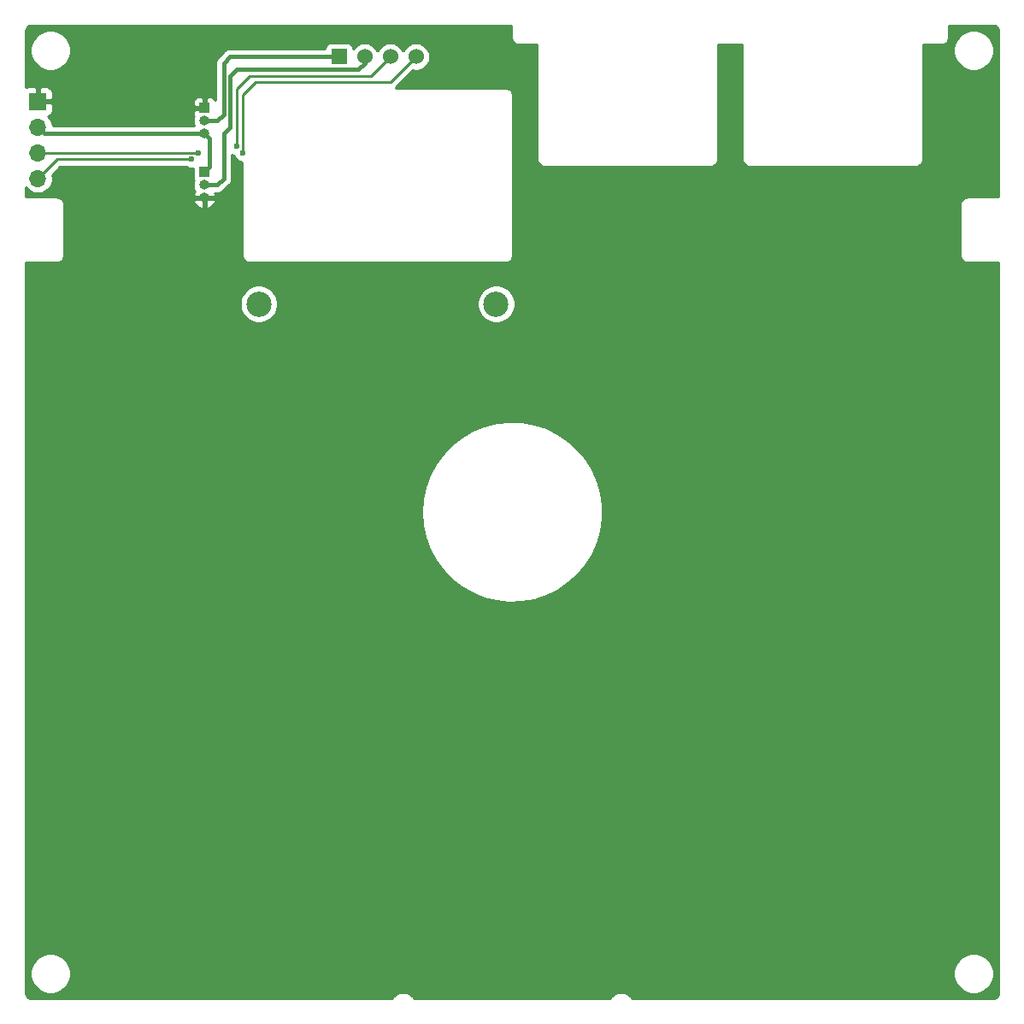
<source format=gbl>
G04 #@! TF.GenerationSoftware,KiCad,Pcbnew,(5.1.5)-3*
G04 #@! TF.CreationDate,2020-09-27T22:08:21+02:00*
G04 #@! TF.ProjectId,C64 Pi1541-II Faceplate,43363420-5069-4313-9534-312d49492046,rev?*
G04 #@! TF.SameCoordinates,Original*
G04 #@! TF.FileFunction,Copper,L2,Bot*
G04 #@! TF.FilePolarity,Positive*
%FSLAX46Y46*%
G04 Gerber Fmt 4.6, Leading zero omitted, Abs format (unit mm)*
G04 Created by KiCad (PCBNEW (5.1.5)-3) date 2020-09-27 22:08:21*
%MOMM*%
%LPD*%
G04 APERTURE LIST*
%ADD10C,1.524000*%
%ADD11R,1.524000X1.524000*%
%ADD12C,2.500000*%
%ADD13O,1.700000X1.700000*%
%ADD14R,1.700000X1.700000*%
%ADD15O,1.000000X1.000000*%
%ADD16R,1.000000X1.000000*%
%ADD17C,0.600000*%
%ADD18C,0.381000*%
%ADD19C,0.250000*%
%ADD20C,0.254000*%
G04 APERTURE END LIST*
D10*
X111760000Y-58420000D03*
X109220000Y-58420000D03*
X106680000Y-58420000D03*
D11*
X104140000Y-58420000D03*
D12*
X96200000Y-82920000D03*
X119700000Y-82920000D03*
D13*
X74295000Y-70485000D03*
X74295000Y-67945000D03*
X74295000Y-65405000D03*
D14*
X74295000Y-62865000D03*
D15*
X90805000Y-66040000D03*
X90805000Y-64770000D03*
D16*
X90805000Y-63500000D03*
X90805000Y-69850000D03*
D15*
X90805000Y-71120000D03*
X90805000Y-72390000D03*
D17*
X90170000Y-67945000D03*
X93980000Y-67310000D03*
X89535000Y-68580000D03*
X94615000Y-67945000D03*
D18*
X90805000Y-66040000D02*
X91304999Y-66539999D01*
X91304999Y-69350001D02*
X90805000Y-69850000D01*
X91304999Y-66539999D02*
X91304999Y-69350001D01*
X74930000Y-66040000D02*
X74295000Y-65405000D01*
X90805000Y-66040000D02*
X74930000Y-66040000D01*
X106045000Y-59690000D02*
X106680000Y-59055000D01*
X93980000Y-59690000D02*
X106045000Y-59690000D01*
X93345000Y-60325000D02*
X93980000Y-59690000D01*
X92075000Y-71120000D02*
X92710000Y-70485000D01*
X90805000Y-71120000D02*
X92075000Y-71120000D01*
X106680000Y-59055000D02*
X106680000Y-58420000D01*
X92710000Y-70485000D02*
X92710000Y-66040000D01*
X92710000Y-66040000D02*
X93345000Y-65405000D01*
X93345000Y-65405000D02*
X93345000Y-60325000D01*
D19*
X93980000Y-61595000D02*
X93980000Y-67310000D01*
X109220000Y-58420000D02*
X107315000Y-60325000D01*
X95250000Y-60325000D02*
X93980000Y-61595000D01*
X107315000Y-60325000D02*
X95250000Y-60325000D01*
X83820000Y-67945000D02*
X74295000Y-67945000D01*
X90170000Y-67945000D02*
X83820000Y-67945000D01*
X89535000Y-68580000D02*
X85725000Y-68580000D01*
X94615000Y-67310000D02*
X94615000Y-67945000D01*
X94615000Y-62230000D02*
X94615000Y-67310000D01*
X95885000Y-60960000D02*
X94615000Y-62230000D01*
X111760000Y-58420000D02*
X109220000Y-60960000D01*
X109220000Y-60960000D02*
X95885000Y-60960000D01*
X76200000Y-68580000D02*
X74295000Y-70485000D01*
X85725000Y-68580000D02*
X76200000Y-68580000D01*
D18*
X93345000Y-58420000D02*
X104140000Y-58420000D01*
X92710000Y-59055000D02*
X93345000Y-58420000D01*
X90805000Y-64770000D02*
X92075000Y-64770000D01*
X92710000Y-64135000D02*
X92710000Y-59055000D01*
X92075000Y-64770000D02*
X92710000Y-64135000D01*
D20*
G36*
X121210000Y-56480122D02*
G01*
X121206565Y-56515000D01*
X121220273Y-56654184D01*
X121260872Y-56788020D01*
X121326800Y-56911363D01*
X121415525Y-57019475D01*
X121475260Y-57068498D01*
X121523637Y-57108200D01*
X121646980Y-57174128D01*
X121780816Y-57214727D01*
X121920000Y-57228435D01*
X121954877Y-57225000D01*
X123750000Y-57225000D01*
X123750001Y-68545113D01*
X123746565Y-68580000D01*
X123760273Y-68719184D01*
X123800872Y-68853020D01*
X123866800Y-68976363D01*
X123955525Y-69084475D01*
X124063637Y-69173200D01*
X124186980Y-69239128D01*
X124320816Y-69279727D01*
X124425123Y-69290000D01*
X124460000Y-69293435D01*
X124494877Y-69290000D01*
X140935123Y-69290000D01*
X140970000Y-69293435D01*
X141004877Y-69290000D01*
X141109184Y-69279727D01*
X141243020Y-69239128D01*
X141366363Y-69173200D01*
X141474475Y-69084475D01*
X141563200Y-68976363D01*
X141629128Y-68853020D01*
X141669727Y-68719184D01*
X141683435Y-68580000D01*
X141680000Y-68545123D01*
X141680000Y-57225000D01*
X144070000Y-57225000D01*
X144070001Y-68545113D01*
X144066565Y-68580000D01*
X144080273Y-68719184D01*
X144120872Y-68853020D01*
X144186800Y-68976363D01*
X144275525Y-69084475D01*
X144383637Y-69173200D01*
X144506980Y-69239128D01*
X144640816Y-69279727D01*
X144745123Y-69290000D01*
X144780000Y-69293435D01*
X144814877Y-69290000D01*
X161255123Y-69290000D01*
X161290000Y-69293435D01*
X161324877Y-69290000D01*
X161429184Y-69279727D01*
X161563020Y-69239128D01*
X161686363Y-69173200D01*
X161794475Y-69084475D01*
X161883200Y-68976363D01*
X161949128Y-68853020D01*
X161989727Y-68719184D01*
X162003435Y-68580000D01*
X162000000Y-68545123D01*
X162000000Y-57587032D01*
X164995000Y-57587032D01*
X164995000Y-57982968D01*
X165072243Y-58371296D01*
X165223761Y-58737092D01*
X165443731Y-59066301D01*
X165723699Y-59346269D01*
X166052908Y-59566239D01*
X166418704Y-59717757D01*
X166807032Y-59795000D01*
X167202968Y-59795000D01*
X167591296Y-59717757D01*
X167957092Y-59566239D01*
X168286301Y-59346269D01*
X168566269Y-59066301D01*
X168786239Y-58737092D01*
X168937757Y-58371296D01*
X169015000Y-57982968D01*
X169015000Y-57587032D01*
X168937757Y-57198704D01*
X168786239Y-56832908D01*
X168566269Y-56503699D01*
X168286301Y-56223731D01*
X167957092Y-56003761D01*
X167591296Y-55852243D01*
X167202968Y-55775000D01*
X166807032Y-55775000D01*
X166418704Y-55852243D01*
X166052908Y-56003761D01*
X165723699Y-56223731D01*
X165443731Y-56503699D01*
X165223761Y-56832908D01*
X165072243Y-57198704D01*
X164995000Y-57587032D01*
X162000000Y-57587032D01*
X162000000Y-57225000D01*
X163795123Y-57225000D01*
X163830000Y-57228435D01*
X163864877Y-57225000D01*
X163969184Y-57214727D01*
X164103020Y-57174128D01*
X164226363Y-57108200D01*
X164334475Y-57019475D01*
X164423200Y-56911363D01*
X164489128Y-56788020D01*
X164529727Y-56654184D01*
X164543435Y-56515000D01*
X164540000Y-56480123D01*
X164540000Y-55320000D01*
X168875280Y-55320000D01*
X169018109Y-55334005D01*
X169122101Y-55365402D01*
X169218014Y-55416399D01*
X169302194Y-55485055D01*
X169371440Y-55568758D01*
X169423105Y-55664311D01*
X169455227Y-55768078D01*
X169470000Y-55908641D01*
X169470001Y-72315000D01*
X166404877Y-72315000D01*
X166370000Y-72311565D01*
X166335123Y-72315000D01*
X166230816Y-72325273D01*
X166096980Y-72365872D01*
X165973637Y-72431800D01*
X165865525Y-72520525D01*
X165776800Y-72628637D01*
X165710872Y-72751980D01*
X165670273Y-72885816D01*
X165656565Y-73025000D01*
X165660001Y-73059887D01*
X165660000Y-78070123D01*
X165656565Y-78105000D01*
X165670273Y-78244184D01*
X165710872Y-78378020D01*
X165776800Y-78501363D01*
X165865525Y-78609475D01*
X165969788Y-78695041D01*
X165973637Y-78698200D01*
X166096980Y-78764128D01*
X166230816Y-78804727D01*
X166370000Y-78818435D01*
X166404877Y-78815000D01*
X169470001Y-78815000D01*
X169470000Y-151095280D01*
X169455995Y-151238109D01*
X169424599Y-151342099D01*
X169373601Y-151438013D01*
X169304941Y-151522199D01*
X169221243Y-151591439D01*
X169125689Y-151643105D01*
X169021922Y-151675227D01*
X168881359Y-151690000D01*
X133219374Y-151690000D01*
X133195009Y-151653877D01*
X133159769Y-151600025D01*
X133153504Y-151592342D01*
X133074508Y-151496853D01*
X133028875Y-151451537D01*
X132983824Y-151405532D01*
X132976191Y-151399219D01*
X132976185Y-151399213D01*
X132976178Y-151399209D01*
X132880147Y-151320886D01*
X132826579Y-151285296D01*
X132773450Y-151248917D01*
X132764729Y-151244203D01*
X132655306Y-151186021D01*
X132595826Y-151161505D01*
X132536663Y-151136148D01*
X132527193Y-151133216D01*
X132408552Y-151097396D01*
X132345458Y-151084903D01*
X132282479Y-151071517D01*
X132272620Y-151070481D01*
X132149281Y-151058388D01*
X132118303Y-151058388D01*
X132087511Y-151055040D01*
X132077598Y-151055004D01*
X132073165Y-151055019D01*
X132042272Y-151058154D01*
X132011213Y-151057937D01*
X132001347Y-151058905D01*
X131878096Y-151071860D01*
X131815074Y-151084797D01*
X131751854Y-151096857D01*
X131742364Y-151099722D01*
X131623976Y-151136369D01*
X131564660Y-151161303D01*
X131504988Y-151185412D01*
X131496236Y-151190066D01*
X131387221Y-151249010D01*
X131333877Y-151284991D01*
X131280025Y-151320231D01*
X131272342Y-151326496D01*
X131176853Y-151405492D01*
X131131537Y-151451125D01*
X131085532Y-151496176D01*
X131079219Y-151503809D01*
X131079213Y-151503815D01*
X131079209Y-151503822D01*
X131000886Y-151599853D01*
X130965296Y-151653421D01*
X130940249Y-151690000D01*
X111629374Y-151690000D01*
X111605009Y-151653877D01*
X111569769Y-151600025D01*
X111563504Y-151592342D01*
X111484508Y-151496853D01*
X111438875Y-151451537D01*
X111393824Y-151405532D01*
X111386191Y-151399219D01*
X111386185Y-151399213D01*
X111386178Y-151399209D01*
X111290147Y-151320886D01*
X111236579Y-151285296D01*
X111183450Y-151248917D01*
X111174729Y-151244203D01*
X111065306Y-151186021D01*
X111005826Y-151161505D01*
X110946663Y-151136148D01*
X110937193Y-151133216D01*
X110818552Y-151097396D01*
X110755458Y-151084903D01*
X110692479Y-151071517D01*
X110682620Y-151070481D01*
X110559281Y-151058388D01*
X110528303Y-151058388D01*
X110497511Y-151055040D01*
X110487598Y-151055004D01*
X110483165Y-151055019D01*
X110452272Y-151058154D01*
X110421213Y-151057937D01*
X110411347Y-151058905D01*
X110288096Y-151071860D01*
X110225074Y-151084797D01*
X110161854Y-151096857D01*
X110152364Y-151099722D01*
X110033976Y-151136369D01*
X109974660Y-151161303D01*
X109914988Y-151185412D01*
X109906236Y-151190066D01*
X109797221Y-151249010D01*
X109743877Y-151284991D01*
X109690025Y-151320231D01*
X109682342Y-151326496D01*
X109586853Y-151405492D01*
X109541537Y-151451125D01*
X109495532Y-151496176D01*
X109489219Y-151503809D01*
X109489213Y-151503815D01*
X109489209Y-151503822D01*
X109410886Y-151599853D01*
X109375296Y-151653421D01*
X109350249Y-151690000D01*
X73694720Y-151690000D01*
X73551891Y-151675995D01*
X73447901Y-151644599D01*
X73351987Y-151593601D01*
X73267801Y-151524941D01*
X73198561Y-151441243D01*
X73146895Y-151345689D01*
X73114773Y-151241922D01*
X73100000Y-151101359D01*
X73100000Y-149027032D01*
X73555000Y-149027032D01*
X73555000Y-149422968D01*
X73632243Y-149811296D01*
X73783761Y-150177092D01*
X74003731Y-150506301D01*
X74283699Y-150786269D01*
X74612908Y-151006239D01*
X74978704Y-151157757D01*
X75367032Y-151235000D01*
X75762968Y-151235000D01*
X76151296Y-151157757D01*
X76517092Y-151006239D01*
X76846301Y-150786269D01*
X77126269Y-150506301D01*
X77346239Y-150177092D01*
X77497757Y-149811296D01*
X77575000Y-149422968D01*
X77575000Y-149027032D01*
X164995000Y-149027032D01*
X164995000Y-149422968D01*
X165072243Y-149811296D01*
X165223761Y-150177092D01*
X165443731Y-150506301D01*
X165723699Y-150786269D01*
X166052908Y-151006239D01*
X166418704Y-151157757D01*
X166807032Y-151235000D01*
X167202968Y-151235000D01*
X167591296Y-151157757D01*
X167957092Y-151006239D01*
X168286301Y-150786269D01*
X168566269Y-150506301D01*
X168786239Y-150177092D01*
X168937757Y-149811296D01*
X169015000Y-149422968D01*
X169015000Y-149027032D01*
X168937757Y-148638704D01*
X168786239Y-148272908D01*
X168566269Y-147943699D01*
X168286301Y-147663731D01*
X167957092Y-147443761D01*
X167591296Y-147292243D01*
X167202968Y-147215000D01*
X166807032Y-147215000D01*
X166418704Y-147292243D01*
X166052908Y-147443761D01*
X165723699Y-147663731D01*
X165443731Y-147943699D01*
X165223761Y-148272908D01*
X165072243Y-148638704D01*
X164995000Y-149027032D01*
X77575000Y-149027032D01*
X77497757Y-148638704D01*
X77346239Y-148272908D01*
X77126269Y-147943699D01*
X76846301Y-147663731D01*
X76517092Y-147443761D01*
X76151296Y-147292243D01*
X75762968Y-147215000D01*
X75367032Y-147215000D01*
X74978704Y-147292243D01*
X74612908Y-147443761D01*
X74283699Y-147663731D01*
X74003731Y-147943699D01*
X73783761Y-148272908D01*
X73632243Y-148638704D01*
X73555000Y-149027032D01*
X73100000Y-149027032D01*
X73100000Y-103505000D01*
X112300000Y-103505000D01*
X112387441Y-104755470D01*
X112648064Y-105981602D01*
X113076794Y-107159529D01*
X113665288Y-108266325D01*
X114402091Y-109280447D01*
X115272862Y-110182156D01*
X116260652Y-110953903D01*
X117346235Y-111580665D01*
X118508482Y-112050243D01*
X119724771Y-112353498D01*
X120971428Y-112484527D01*
X122224188Y-112440779D01*
X123458668Y-112223107D01*
X124650840Y-111835747D01*
X125777500Y-111286238D01*
X126816718Y-110585277D01*
X127748268Y-109746505D01*
X128554018Y-108786250D01*
X129218284Y-107723202D01*
X129728138Y-106578051D01*
X130073656Y-105373087D01*
X130248113Y-104131762D01*
X130248113Y-102878238D01*
X130073656Y-101636913D01*
X129728138Y-100431949D01*
X129218284Y-99286798D01*
X128554018Y-98223750D01*
X127748268Y-97263495D01*
X126816718Y-96424723D01*
X125777500Y-95723762D01*
X124650840Y-95174253D01*
X123458668Y-94786893D01*
X122224188Y-94569221D01*
X120971428Y-94525473D01*
X119724771Y-94656502D01*
X118508482Y-94959757D01*
X117346235Y-95429335D01*
X116260652Y-96056097D01*
X115272862Y-96827844D01*
X114402091Y-97729553D01*
X113665288Y-98743675D01*
X113076794Y-99850471D01*
X112648064Y-101028398D01*
X112387441Y-102254530D01*
X112300000Y-103505000D01*
X73100000Y-103505000D01*
X73100000Y-82734344D01*
X94315000Y-82734344D01*
X94315000Y-83105656D01*
X94387439Y-83469834D01*
X94529534Y-83812882D01*
X94735825Y-84121618D01*
X94998382Y-84384175D01*
X95307118Y-84590466D01*
X95650166Y-84732561D01*
X96014344Y-84805000D01*
X96385656Y-84805000D01*
X96749834Y-84732561D01*
X97092882Y-84590466D01*
X97401618Y-84384175D01*
X97664175Y-84121618D01*
X97870466Y-83812882D01*
X98012561Y-83469834D01*
X98085000Y-83105656D01*
X98085000Y-82734344D01*
X117815000Y-82734344D01*
X117815000Y-83105656D01*
X117887439Y-83469834D01*
X118029534Y-83812882D01*
X118235825Y-84121618D01*
X118498382Y-84384175D01*
X118807118Y-84590466D01*
X119150166Y-84732561D01*
X119514344Y-84805000D01*
X119885656Y-84805000D01*
X120249834Y-84732561D01*
X120592882Y-84590466D01*
X120901618Y-84384175D01*
X121164175Y-84121618D01*
X121370466Y-83812882D01*
X121512561Y-83469834D01*
X121585000Y-83105656D01*
X121585000Y-82734344D01*
X121512561Y-82370166D01*
X121370466Y-82027118D01*
X121164175Y-81718382D01*
X120901618Y-81455825D01*
X120592882Y-81249534D01*
X120249834Y-81107439D01*
X119885656Y-81035000D01*
X119514344Y-81035000D01*
X119150166Y-81107439D01*
X118807118Y-81249534D01*
X118498382Y-81455825D01*
X118235825Y-81718382D01*
X118029534Y-82027118D01*
X117887439Y-82370166D01*
X117815000Y-82734344D01*
X98085000Y-82734344D01*
X98012561Y-82370166D01*
X97870466Y-82027118D01*
X97664175Y-81718382D01*
X97401618Y-81455825D01*
X97092882Y-81249534D01*
X96749834Y-81107439D01*
X96385656Y-81035000D01*
X96014344Y-81035000D01*
X95650166Y-81107439D01*
X95307118Y-81249534D01*
X94998382Y-81455825D01*
X94735825Y-81718382D01*
X94529534Y-82027118D01*
X94387439Y-82370166D01*
X94315000Y-82734344D01*
X73100000Y-82734344D01*
X73100000Y-78815000D01*
X76165123Y-78815000D01*
X76200000Y-78818435D01*
X76234877Y-78815000D01*
X76339184Y-78804727D01*
X76473020Y-78764128D01*
X76596363Y-78698200D01*
X76704475Y-78609475D01*
X76793200Y-78501363D01*
X76859128Y-78378020D01*
X76899727Y-78244184D01*
X76913435Y-78105000D01*
X76910000Y-78070123D01*
X76910000Y-73059877D01*
X76913435Y-73025000D01*
X76899727Y-72885816D01*
X76859128Y-72751980D01*
X76827001Y-72691874D01*
X89710881Y-72691874D01*
X89727554Y-72746864D01*
X89817877Y-72950206D01*
X89946135Y-73132020D01*
X90107399Y-73285318D01*
X90295471Y-73404210D01*
X90503124Y-73484126D01*
X90678000Y-73359129D01*
X90678000Y-72517000D01*
X90932000Y-72517000D01*
X90932000Y-73359129D01*
X91106876Y-73484126D01*
X91314529Y-73404210D01*
X91502601Y-73285318D01*
X91663865Y-73132020D01*
X91792123Y-72950206D01*
X91882446Y-72746864D01*
X91899119Y-72691874D01*
X91772954Y-72517000D01*
X90932000Y-72517000D01*
X90678000Y-72517000D01*
X89837046Y-72517000D01*
X89710881Y-72691874D01*
X76827001Y-72691874D01*
X76793200Y-72628637D01*
X76704475Y-72520525D01*
X76596363Y-72431800D01*
X76473020Y-72365872D01*
X76339184Y-72325273D01*
X76234877Y-72315000D01*
X76200000Y-72311565D01*
X76165123Y-72315000D01*
X73100000Y-72315000D01*
X73100000Y-71369485D01*
X73141525Y-71431632D01*
X73348368Y-71638475D01*
X73591589Y-71800990D01*
X73861842Y-71912932D01*
X74148740Y-71970000D01*
X74441260Y-71970000D01*
X74728158Y-71912932D01*
X74998411Y-71800990D01*
X75241632Y-71638475D01*
X75448475Y-71431632D01*
X75610990Y-71188411D01*
X75722932Y-70918158D01*
X75780000Y-70631260D01*
X75780000Y-70338740D01*
X75736209Y-70118592D01*
X76514802Y-69340000D01*
X88989465Y-69340000D01*
X89092111Y-69408586D01*
X89262271Y-69479068D01*
X89442911Y-69515000D01*
X89627089Y-69515000D01*
X89666928Y-69507075D01*
X89666928Y-70350000D01*
X89679188Y-70474482D01*
X89715498Y-70594180D01*
X89759888Y-70677226D01*
X89713617Y-70788933D01*
X89670000Y-71008212D01*
X89670000Y-71231788D01*
X89713617Y-71451067D01*
X89799176Y-71657624D01*
X89867353Y-71759658D01*
X89817877Y-71829794D01*
X89727554Y-72033136D01*
X89710881Y-72088126D01*
X89837046Y-72263000D01*
X90678000Y-72263000D01*
X90678000Y-72251974D01*
X90693212Y-72255000D01*
X90916788Y-72255000D01*
X90932000Y-72251974D01*
X90932000Y-72263000D01*
X91772954Y-72263000D01*
X91899119Y-72088126D01*
X91882446Y-72033136D01*
X91843519Y-71945500D01*
X92034450Y-71945500D01*
X92075000Y-71949494D01*
X92115550Y-71945500D01*
X92115553Y-71945500D01*
X92236826Y-71933556D01*
X92392434Y-71886353D01*
X92535842Y-71809699D01*
X92661541Y-71706541D01*
X92687397Y-71675035D01*
X93265045Y-71097388D01*
X93296541Y-71071541D01*
X93322389Y-71040045D01*
X93322392Y-71040042D01*
X93399699Y-70945843D01*
X93476353Y-70802434D01*
X93483994Y-70777246D01*
X93523556Y-70646826D01*
X93535500Y-70525553D01*
X93535500Y-70525551D01*
X93539494Y-70485000D01*
X93535500Y-70444450D01*
X93535500Y-68137510D01*
X93537111Y-68138586D01*
X93707271Y-68209068D01*
X93714495Y-68210505D01*
X93715932Y-68217729D01*
X93786414Y-68387889D01*
X93888738Y-68541028D01*
X94018972Y-68671262D01*
X94172111Y-68773586D01*
X94342271Y-68844068D01*
X94522911Y-68880000D01*
X94540001Y-68880000D01*
X94540000Y-78070123D01*
X94536565Y-78105000D01*
X94550273Y-78244184D01*
X94590872Y-78378020D01*
X94656800Y-78501363D01*
X94745525Y-78609475D01*
X94849788Y-78695041D01*
X94853637Y-78698200D01*
X94976980Y-78764128D01*
X95110816Y-78804727D01*
X95250000Y-78818435D01*
X95284877Y-78815000D01*
X120615123Y-78815000D01*
X120650000Y-78818435D01*
X120684877Y-78815000D01*
X120789184Y-78804727D01*
X120923020Y-78764128D01*
X121046363Y-78698200D01*
X121154475Y-78609475D01*
X121243200Y-78501363D01*
X121309128Y-78378020D01*
X121349727Y-78244184D01*
X121363435Y-78105000D01*
X121360000Y-78070123D01*
X121360000Y-62264877D01*
X121363435Y-62230000D01*
X121349727Y-62090816D01*
X121309128Y-61956980D01*
X121243200Y-61833637D01*
X121154475Y-61725525D01*
X121046363Y-61636800D01*
X120923020Y-61570872D01*
X120789184Y-61530273D01*
X120684877Y-61520000D01*
X120650000Y-61516565D01*
X120615123Y-61520000D01*
X109735632Y-61520000D01*
X109760001Y-61500001D01*
X109783804Y-61470997D01*
X111468430Y-59786372D01*
X111622408Y-59817000D01*
X111897592Y-59817000D01*
X112167490Y-59763314D01*
X112421727Y-59658005D01*
X112650535Y-59505120D01*
X112845120Y-59310535D01*
X112998005Y-59081727D01*
X113103314Y-58827490D01*
X113157000Y-58557592D01*
X113157000Y-58282408D01*
X113103314Y-58012510D01*
X112998005Y-57758273D01*
X112845120Y-57529465D01*
X112650535Y-57334880D01*
X112421727Y-57181995D01*
X112167490Y-57076686D01*
X111897592Y-57023000D01*
X111622408Y-57023000D01*
X111352510Y-57076686D01*
X111098273Y-57181995D01*
X110869465Y-57334880D01*
X110674880Y-57529465D01*
X110521995Y-57758273D01*
X110490000Y-57835515D01*
X110458005Y-57758273D01*
X110305120Y-57529465D01*
X110110535Y-57334880D01*
X109881727Y-57181995D01*
X109627490Y-57076686D01*
X109357592Y-57023000D01*
X109082408Y-57023000D01*
X108812510Y-57076686D01*
X108558273Y-57181995D01*
X108329465Y-57334880D01*
X108134880Y-57529465D01*
X107981995Y-57758273D01*
X107950000Y-57835515D01*
X107918005Y-57758273D01*
X107765120Y-57529465D01*
X107570535Y-57334880D01*
X107341727Y-57181995D01*
X107087490Y-57076686D01*
X106817592Y-57023000D01*
X106542408Y-57023000D01*
X106272510Y-57076686D01*
X106018273Y-57181995D01*
X105789465Y-57334880D01*
X105594880Y-57529465D01*
X105536080Y-57617465D01*
X105527812Y-57533518D01*
X105491502Y-57413820D01*
X105432537Y-57303506D01*
X105353185Y-57206815D01*
X105256494Y-57127463D01*
X105146180Y-57068498D01*
X105026482Y-57032188D01*
X104902000Y-57019928D01*
X103378000Y-57019928D01*
X103253518Y-57032188D01*
X103133820Y-57068498D01*
X103023506Y-57127463D01*
X102926815Y-57206815D01*
X102847463Y-57303506D01*
X102788498Y-57413820D01*
X102752188Y-57533518D01*
X102746182Y-57594500D01*
X93385550Y-57594500D01*
X93345000Y-57590506D01*
X93304449Y-57594500D01*
X93304447Y-57594500D01*
X93183174Y-57606444D01*
X93027566Y-57653647D01*
X92884157Y-57730301D01*
X92789958Y-57807608D01*
X92789955Y-57807611D01*
X92758459Y-57833459D01*
X92732610Y-57864956D01*
X92154961Y-58442607D01*
X92123460Y-58468459D01*
X92097609Y-58499959D01*
X92020301Y-58594158D01*
X91943647Y-58737567D01*
X91896445Y-58893174D01*
X91880506Y-59055000D01*
X91884501Y-59095560D01*
X91884500Y-62737108D01*
X91835537Y-62645506D01*
X91756185Y-62548815D01*
X91659494Y-62469463D01*
X91549180Y-62410498D01*
X91429482Y-62374188D01*
X91305000Y-62361928D01*
X91090750Y-62365000D01*
X90932000Y-62523750D01*
X90932000Y-63373000D01*
X90952000Y-63373000D01*
X90952000Y-63627000D01*
X90932000Y-63627000D01*
X90932000Y-63638026D01*
X90916788Y-63635000D01*
X90693212Y-63635000D01*
X90678000Y-63638026D01*
X90678000Y-63627000D01*
X89828750Y-63627000D01*
X89670000Y-63785750D01*
X89666928Y-64000000D01*
X89679188Y-64124482D01*
X89715498Y-64244180D01*
X89759888Y-64327226D01*
X89713617Y-64438933D01*
X89670000Y-64658212D01*
X89670000Y-64881788D01*
X89713617Y-65101067D01*
X89760603Y-65214500D01*
X75771200Y-65214500D01*
X75722932Y-64971842D01*
X75610990Y-64701589D01*
X75448475Y-64458368D01*
X75316620Y-64326513D01*
X75389180Y-64304502D01*
X75499494Y-64245537D01*
X75596185Y-64166185D01*
X75675537Y-64069494D01*
X75734502Y-63959180D01*
X75770812Y-63839482D01*
X75783072Y-63715000D01*
X75780000Y-63150750D01*
X75629250Y-63000000D01*
X89666928Y-63000000D01*
X89670000Y-63214250D01*
X89828750Y-63373000D01*
X90678000Y-63373000D01*
X90678000Y-62523750D01*
X90519250Y-62365000D01*
X90305000Y-62361928D01*
X90180518Y-62374188D01*
X90060820Y-62410498D01*
X89950506Y-62469463D01*
X89853815Y-62548815D01*
X89774463Y-62645506D01*
X89715498Y-62755820D01*
X89679188Y-62875518D01*
X89666928Y-63000000D01*
X75629250Y-63000000D01*
X75621250Y-62992000D01*
X74422000Y-62992000D01*
X74422000Y-63012000D01*
X74168000Y-63012000D01*
X74168000Y-62992000D01*
X74148000Y-62992000D01*
X74148000Y-62738000D01*
X74168000Y-62738000D01*
X74168000Y-61538750D01*
X74422000Y-61538750D01*
X74422000Y-62738000D01*
X75621250Y-62738000D01*
X75780000Y-62579250D01*
X75783072Y-62015000D01*
X75770812Y-61890518D01*
X75734502Y-61770820D01*
X75675537Y-61660506D01*
X75596185Y-61563815D01*
X75499494Y-61484463D01*
X75389180Y-61425498D01*
X75269482Y-61389188D01*
X75145000Y-61376928D01*
X74580750Y-61380000D01*
X74422000Y-61538750D01*
X74168000Y-61538750D01*
X74009250Y-61380000D01*
X73445000Y-61376928D01*
X73320518Y-61389188D01*
X73200820Y-61425498D01*
X73100000Y-61479388D01*
X73100000Y-57587032D01*
X73555000Y-57587032D01*
X73555000Y-57982968D01*
X73632243Y-58371296D01*
X73783761Y-58737092D01*
X74003731Y-59066301D01*
X74283699Y-59346269D01*
X74612908Y-59566239D01*
X74978704Y-59717757D01*
X75367032Y-59795000D01*
X75762968Y-59795000D01*
X76151296Y-59717757D01*
X76517092Y-59566239D01*
X76846301Y-59346269D01*
X77126269Y-59066301D01*
X77346239Y-58737092D01*
X77497757Y-58371296D01*
X77575000Y-57982968D01*
X77575000Y-57587032D01*
X77497757Y-57198704D01*
X77346239Y-56832908D01*
X77126269Y-56503699D01*
X76846301Y-56223731D01*
X76517092Y-56003761D01*
X76151296Y-55852243D01*
X75762968Y-55775000D01*
X75367032Y-55775000D01*
X74978704Y-55852243D01*
X74612908Y-56003761D01*
X74283699Y-56223731D01*
X74003731Y-56503699D01*
X73783761Y-56832908D01*
X73632243Y-57198704D01*
X73555000Y-57587032D01*
X73100000Y-57587032D01*
X73100000Y-55914720D01*
X73114005Y-55771891D01*
X73145402Y-55667899D01*
X73196399Y-55571986D01*
X73265055Y-55487806D01*
X73348758Y-55418560D01*
X73444311Y-55366895D01*
X73548078Y-55334773D01*
X73688641Y-55320000D01*
X121210001Y-55320000D01*
X121210000Y-56480122D01*
G37*
X121210000Y-56480122D02*
X121206565Y-56515000D01*
X121220273Y-56654184D01*
X121260872Y-56788020D01*
X121326800Y-56911363D01*
X121415525Y-57019475D01*
X121475260Y-57068498D01*
X121523637Y-57108200D01*
X121646980Y-57174128D01*
X121780816Y-57214727D01*
X121920000Y-57228435D01*
X121954877Y-57225000D01*
X123750000Y-57225000D01*
X123750001Y-68545113D01*
X123746565Y-68580000D01*
X123760273Y-68719184D01*
X123800872Y-68853020D01*
X123866800Y-68976363D01*
X123955525Y-69084475D01*
X124063637Y-69173200D01*
X124186980Y-69239128D01*
X124320816Y-69279727D01*
X124425123Y-69290000D01*
X124460000Y-69293435D01*
X124494877Y-69290000D01*
X140935123Y-69290000D01*
X140970000Y-69293435D01*
X141004877Y-69290000D01*
X141109184Y-69279727D01*
X141243020Y-69239128D01*
X141366363Y-69173200D01*
X141474475Y-69084475D01*
X141563200Y-68976363D01*
X141629128Y-68853020D01*
X141669727Y-68719184D01*
X141683435Y-68580000D01*
X141680000Y-68545123D01*
X141680000Y-57225000D01*
X144070000Y-57225000D01*
X144070001Y-68545113D01*
X144066565Y-68580000D01*
X144080273Y-68719184D01*
X144120872Y-68853020D01*
X144186800Y-68976363D01*
X144275525Y-69084475D01*
X144383637Y-69173200D01*
X144506980Y-69239128D01*
X144640816Y-69279727D01*
X144745123Y-69290000D01*
X144780000Y-69293435D01*
X144814877Y-69290000D01*
X161255123Y-69290000D01*
X161290000Y-69293435D01*
X161324877Y-69290000D01*
X161429184Y-69279727D01*
X161563020Y-69239128D01*
X161686363Y-69173200D01*
X161794475Y-69084475D01*
X161883200Y-68976363D01*
X161949128Y-68853020D01*
X161989727Y-68719184D01*
X162003435Y-68580000D01*
X162000000Y-68545123D01*
X162000000Y-57587032D01*
X164995000Y-57587032D01*
X164995000Y-57982968D01*
X165072243Y-58371296D01*
X165223761Y-58737092D01*
X165443731Y-59066301D01*
X165723699Y-59346269D01*
X166052908Y-59566239D01*
X166418704Y-59717757D01*
X166807032Y-59795000D01*
X167202968Y-59795000D01*
X167591296Y-59717757D01*
X167957092Y-59566239D01*
X168286301Y-59346269D01*
X168566269Y-59066301D01*
X168786239Y-58737092D01*
X168937757Y-58371296D01*
X169015000Y-57982968D01*
X169015000Y-57587032D01*
X168937757Y-57198704D01*
X168786239Y-56832908D01*
X168566269Y-56503699D01*
X168286301Y-56223731D01*
X167957092Y-56003761D01*
X167591296Y-55852243D01*
X167202968Y-55775000D01*
X166807032Y-55775000D01*
X166418704Y-55852243D01*
X166052908Y-56003761D01*
X165723699Y-56223731D01*
X165443731Y-56503699D01*
X165223761Y-56832908D01*
X165072243Y-57198704D01*
X164995000Y-57587032D01*
X162000000Y-57587032D01*
X162000000Y-57225000D01*
X163795123Y-57225000D01*
X163830000Y-57228435D01*
X163864877Y-57225000D01*
X163969184Y-57214727D01*
X164103020Y-57174128D01*
X164226363Y-57108200D01*
X164334475Y-57019475D01*
X164423200Y-56911363D01*
X164489128Y-56788020D01*
X164529727Y-56654184D01*
X164543435Y-56515000D01*
X164540000Y-56480123D01*
X164540000Y-55320000D01*
X168875280Y-55320000D01*
X169018109Y-55334005D01*
X169122101Y-55365402D01*
X169218014Y-55416399D01*
X169302194Y-55485055D01*
X169371440Y-55568758D01*
X169423105Y-55664311D01*
X169455227Y-55768078D01*
X169470000Y-55908641D01*
X169470001Y-72315000D01*
X166404877Y-72315000D01*
X166370000Y-72311565D01*
X166335123Y-72315000D01*
X166230816Y-72325273D01*
X166096980Y-72365872D01*
X165973637Y-72431800D01*
X165865525Y-72520525D01*
X165776800Y-72628637D01*
X165710872Y-72751980D01*
X165670273Y-72885816D01*
X165656565Y-73025000D01*
X165660001Y-73059887D01*
X165660000Y-78070123D01*
X165656565Y-78105000D01*
X165670273Y-78244184D01*
X165710872Y-78378020D01*
X165776800Y-78501363D01*
X165865525Y-78609475D01*
X165969788Y-78695041D01*
X165973637Y-78698200D01*
X166096980Y-78764128D01*
X166230816Y-78804727D01*
X166370000Y-78818435D01*
X166404877Y-78815000D01*
X169470001Y-78815000D01*
X169470000Y-151095280D01*
X169455995Y-151238109D01*
X169424599Y-151342099D01*
X169373601Y-151438013D01*
X169304941Y-151522199D01*
X169221243Y-151591439D01*
X169125689Y-151643105D01*
X169021922Y-151675227D01*
X168881359Y-151690000D01*
X133219374Y-151690000D01*
X133195009Y-151653877D01*
X133159769Y-151600025D01*
X133153504Y-151592342D01*
X133074508Y-151496853D01*
X133028875Y-151451537D01*
X132983824Y-151405532D01*
X132976191Y-151399219D01*
X132976185Y-151399213D01*
X132976178Y-151399209D01*
X132880147Y-151320886D01*
X132826579Y-151285296D01*
X132773450Y-151248917D01*
X132764729Y-151244203D01*
X132655306Y-151186021D01*
X132595826Y-151161505D01*
X132536663Y-151136148D01*
X132527193Y-151133216D01*
X132408552Y-151097396D01*
X132345458Y-151084903D01*
X132282479Y-151071517D01*
X132272620Y-151070481D01*
X132149281Y-151058388D01*
X132118303Y-151058388D01*
X132087511Y-151055040D01*
X132077598Y-151055004D01*
X132073165Y-151055019D01*
X132042272Y-151058154D01*
X132011213Y-151057937D01*
X132001347Y-151058905D01*
X131878096Y-151071860D01*
X131815074Y-151084797D01*
X131751854Y-151096857D01*
X131742364Y-151099722D01*
X131623976Y-151136369D01*
X131564660Y-151161303D01*
X131504988Y-151185412D01*
X131496236Y-151190066D01*
X131387221Y-151249010D01*
X131333877Y-151284991D01*
X131280025Y-151320231D01*
X131272342Y-151326496D01*
X131176853Y-151405492D01*
X131131537Y-151451125D01*
X131085532Y-151496176D01*
X131079219Y-151503809D01*
X131079213Y-151503815D01*
X131079209Y-151503822D01*
X131000886Y-151599853D01*
X130965296Y-151653421D01*
X130940249Y-151690000D01*
X111629374Y-151690000D01*
X111605009Y-151653877D01*
X111569769Y-151600025D01*
X111563504Y-151592342D01*
X111484508Y-151496853D01*
X111438875Y-151451537D01*
X111393824Y-151405532D01*
X111386191Y-151399219D01*
X111386185Y-151399213D01*
X111386178Y-151399209D01*
X111290147Y-151320886D01*
X111236579Y-151285296D01*
X111183450Y-151248917D01*
X111174729Y-151244203D01*
X111065306Y-151186021D01*
X111005826Y-151161505D01*
X110946663Y-151136148D01*
X110937193Y-151133216D01*
X110818552Y-151097396D01*
X110755458Y-151084903D01*
X110692479Y-151071517D01*
X110682620Y-151070481D01*
X110559281Y-151058388D01*
X110528303Y-151058388D01*
X110497511Y-151055040D01*
X110487598Y-151055004D01*
X110483165Y-151055019D01*
X110452272Y-151058154D01*
X110421213Y-151057937D01*
X110411347Y-151058905D01*
X110288096Y-151071860D01*
X110225074Y-151084797D01*
X110161854Y-151096857D01*
X110152364Y-151099722D01*
X110033976Y-151136369D01*
X109974660Y-151161303D01*
X109914988Y-151185412D01*
X109906236Y-151190066D01*
X109797221Y-151249010D01*
X109743877Y-151284991D01*
X109690025Y-151320231D01*
X109682342Y-151326496D01*
X109586853Y-151405492D01*
X109541537Y-151451125D01*
X109495532Y-151496176D01*
X109489219Y-151503809D01*
X109489213Y-151503815D01*
X109489209Y-151503822D01*
X109410886Y-151599853D01*
X109375296Y-151653421D01*
X109350249Y-151690000D01*
X73694720Y-151690000D01*
X73551891Y-151675995D01*
X73447901Y-151644599D01*
X73351987Y-151593601D01*
X73267801Y-151524941D01*
X73198561Y-151441243D01*
X73146895Y-151345689D01*
X73114773Y-151241922D01*
X73100000Y-151101359D01*
X73100000Y-149027032D01*
X73555000Y-149027032D01*
X73555000Y-149422968D01*
X73632243Y-149811296D01*
X73783761Y-150177092D01*
X74003731Y-150506301D01*
X74283699Y-150786269D01*
X74612908Y-151006239D01*
X74978704Y-151157757D01*
X75367032Y-151235000D01*
X75762968Y-151235000D01*
X76151296Y-151157757D01*
X76517092Y-151006239D01*
X76846301Y-150786269D01*
X77126269Y-150506301D01*
X77346239Y-150177092D01*
X77497757Y-149811296D01*
X77575000Y-149422968D01*
X77575000Y-149027032D01*
X164995000Y-149027032D01*
X164995000Y-149422968D01*
X165072243Y-149811296D01*
X165223761Y-150177092D01*
X165443731Y-150506301D01*
X165723699Y-150786269D01*
X166052908Y-151006239D01*
X166418704Y-151157757D01*
X166807032Y-151235000D01*
X167202968Y-151235000D01*
X167591296Y-151157757D01*
X167957092Y-151006239D01*
X168286301Y-150786269D01*
X168566269Y-150506301D01*
X168786239Y-150177092D01*
X168937757Y-149811296D01*
X169015000Y-149422968D01*
X169015000Y-149027032D01*
X168937757Y-148638704D01*
X168786239Y-148272908D01*
X168566269Y-147943699D01*
X168286301Y-147663731D01*
X167957092Y-147443761D01*
X167591296Y-147292243D01*
X167202968Y-147215000D01*
X166807032Y-147215000D01*
X166418704Y-147292243D01*
X166052908Y-147443761D01*
X165723699Y-147663731D01*
X165443731Y-147943699D01*
X165223761Y-148272908D01*
X165072243Y-148638704D01*
X164995000Y-149027032D01*
X77575000Y-149027032D01*
X77497757Y-148638704D01*
X77346239Y-148272908D01*
X77126269Y-147943699D01*
X76846301Y-147663731D01*
X76517092Y-147443761D01*
X76151296Y-147292243D01*
X75762968Y-147215000D01*
X75367032Y-147215000D01*
X74978704Y-147292243D01*
X74612908Y-147443761D01*
X74283699Y-147663731D01*
X74003731Y-147943699D01*
X73783761Y-148272908D01*
X73632243Y-148638704D01*
X73555000Y-149027032D01*
X73100000Y-149027032D01*
X73100000Y-103505000D01*
X112300000Y-103505000D01*
X112387441Y-104755470D01*
X112648064Y-105981602D01*
X113076794Y-107159529D01*
X113665288Y-108266325D01*
X114402091Y-109280447D01*
X115272862Y-110182156D01*
X116260652Y-110953903D01*
X117346235Y-111580665D01*
X118508482Y-112050243D01*
X119724771Y-112353498D01*
X120971428Y-112484527D01*
X122224188Y-112440779D01*
X123458668Y-112223107D01*
X124650840Y-111835747D01*
X125777500Y-111286238D01*
X126816718Y-110585277D01*
X127748268Y-109746505D01*
X128554018Y-108786250D01*
X129218284Y-107723202D01*
X129728138Y-106578051D01*
X130073656Y-105373087D01*
X130248113Y-104131762D01*
X130248113Y-102878238D01*
X130073656Y-101636913D01*
X129728138Y-100431949D01*
X129218284Y-99286798D01*
X128554018Y-98223750D01*
X127748268Y-97263495D01*
X126816718Y-96424723D01*
X125777500Y-95723762D01*
X124650840Y-95174253D01*
X123458668Y-94786893D01*
X122224188Y-94569221D01*
X120971428Y-94525473D01*
X119724771Y-94656502D01*
X118508482Y-94959757D01*
X117346235Y-95429335D01*
X116260652Y-96056097D01*
X115272862Y-96827844D01*
X114402091Y-97729553D01*
X113665288Y-98743675D01*
X113076794Y-99850471D01*
X112648064Y-101028398D01*
X112387441Y-102254530D01*
X112300000Y-103505000D01*
X73100000Y-103505000D01*
X73100000Y-82734344D01*
X94315000Y-82734344D01*
X94315000Y-83105656D01*
X94387439Y-83469834D01*
X94529534Y-83812882D01*
X94735825Y-84121618D01*
X94998382Y-84384175D01*
X95307118Y-84590466D01*
X95650166Y-84732561D01*
X96014344Y-84805000D01*
X96385656Y-84805000D01*
X96749834Y-84732561D01*
X97092882Y-84590466D01*
X97401618Y-84384175D01*
X97664175Y-84121618D01*
X97870466Y-83812882D01*
X98012561Y-83469834D01*
X98085000Y-83105656D01*
X98085000Y-82734344D01*
X117815000Y-82734344D01*
X117815000Y-83105656D01*
X117887439Y-83469834D01*
X118029534Y-83812882D01*
X118235825Y-84121618D01*
X118498382Y-84384175D01*
X118807118Y-84590466D01*
X119150166Y-84732561D01*
X119514344Y-84805000D01*
X119885656Y-84805000D01*
X120249834Y-84732561D01*
X120592882Y-84590466D01*
X120901618Y-84384175D01*
X121164175Y-84121618D01*
X121370466Y-83812882D01*
X121512561Y-83469834D01*
X121585000Y-83105656D01*
X121585000Y-82734344D01*
X121512561Y-82370166D01*
X121370466Y-82027118D01*
X121164175Y-81718382D01*
X120901618Y-81455825D01*
X120592882Y-81249534D01*
X120249834Y-81107439D01*
X119885656Y-81035000D01*
X119514344Y-81035000D01*
X119150166Y-81107439D01*
X118807118Y-81249534D01*
X118498382Y-81455825D01*
X118235825Y-81718382D01*
X118029534Y-82027118D01*
X117887439Y-82370166D01*
X117815000Y-82734344D01*
X98085000Y-82734344D01*
X98012561Y-82370166D01*
X97870466Y-82027118D01*
X97664175Y-81718382D01*
X97401618Y-81455825D01*
X97092882Y-81249534D01*
X96749834Y-81107439D01*
X96385656Y-81035000D01*
X96014344Y-81035000D01*
X95650166Y-81107439D01*
X95307118Y-81249534D01*
X94998382Y-81455825D01*
X94735825Y-81718382D01*
X94529534Y-82027118D01*
X94387439Y-82370166D01*
X94315000Y-82734344D01*
X73100000Y-82734344D01*
X73100000Y-78815000D01*
X76165123Y-78815000D01*
X76200000Y-78818435D01*
X76234877Y-78815000D01*
X76339184Y-78804727D01*
X76473020Y-78764128D01*
X76596363Y-78698200D01*
X76704475Y-78609475D01*
X76793200Y-78501363D01*
X76859128Y-78378020D01*
X76899727Y-78244184D01*
X76913435Y-78105000D01*
X76910000Y-78070123D01*
X76910000Y-73059877D01*
X76913435Y-73025000D01*
X76899727Y-72885816D01*
X76859128Y-72751980D01*
X76827001Y-72691874D01*
X89710881Y-72691874D01*
X89727554Y-72746864D01*
X89817877Y-72950206D01*
X89946135Y-73132020D01*
X90107399Y-73285318D01*
X90295471Y-73404210D01*
X90503124Y-73484126D01*
X90678000Y-73359129D01*
X90678000Y-72517000D01*
X90932000Y-72517000D01*
X90932000Y-73359129D01*
X91106876Y-73484126D01*
X91314529Y-73404210D01*
X91502601Y-73285318D01*
X91663865Y-73132020D01*
X91792123Y-72950206D01*
X91882446Y-72746864D01*
X91899119Y-72691874D01*
X91772954Y-72517000D01*
X90932000Y-72517000D01*
X90678000Y-72517000D01*
X89837046Y-72517000D01*
X89710881Y-72691874D01*
X76827001Y-72691874D01*
X76793200Y-72628637D01*
X76704475Y-72520525D01*
X76596363Y-72431800D01*
X76473020Y-72365872D01*
X76339184Y-72325273D01*
X76234877Y-72315000D01*
X76200000Y-72311565D01*
X76165123Y-72315000D01*
X73100000Y-72315000D01*
X73100000Y-71369485D01*
X73141525Y-71431632D01*
X73348368Y-71638475D01*
X73591589Y-71800990D01*
X73861842Y-71912932D01*
X74148740Y-71970000D01*
X74441260Y-71970000D01*
X74728158Y-71912932D01*
X74998411Y-71800990D01*
X75241632Y-71638475D01*
X75448475Y-71431632D01*
X75610990Y-71188411D01*
X75722932Y-70918158D01*
X75780000Y-70631260D01*
X75780000Y-70338740D01*
X75736209Y-70118592D01*
X76514802Y-69340000D01*
X88989465Y-69340000D01*
X89092111Y-69408586D01*
X89262271Y-69479068D01*
X89442911Y-69515000D01*
X89627089Y-69515000D01*
X89666928Y-69507075D01*
X89666928Y-70350000D01*
X89679188Y-70474482D01*
X89715498Y-70594180D01*
X89759888Y-70677226D01*
X89713617Y-70788933D01*
X89670000Y-71008212D01*
X89670000Y-71231788D01*
X89713617Y-71451067D01*
X89799176Y-71657624D01*
X89867353Y-71759658D01*
X89817877Y-71829794D01*
X89727554Y-72033136D01*
X89710881Y-72088126D01*
X89837046Y-72263000D01*
X90678000Y-72263000D01*
X90678000Y-72251974D01*
X90693212Y-72255000D01*
X90916788Y-72255000D01*
X90932000Y-72251974D01*
X90932000Y-72263000D01*
X91772954Y-72263000D01*
X91899119Y-72088126D01*
X91882446Y-72033136D01*
X91843519Y-71945500D01*
X92034450Y-71945500D01*
X92075000Y-71949494D01*
X92115550Y-71945500D01*
X92115553Y-71945500D01*
X92236826Y-71933556D01*
X92392434Y-71886353D01*
X92535842Y-71809699D01*
X92661541Y-71706541D01*
X92687397Y-71675035D01*
X93265045Y-71097388D01*
X93296541Y-71071541D01*
X93322389Y-71040045D01*
X93322392Y-71040042D01*
X93399699Y-70945843D01*
X93476353Y-70802434D01*
X93483994Y-70777246D01*
X93523556Y-70646826D01*
X93535500Y-70525553D01*
X93535500Y-70525551D01*
X93539494Y-70485000D01*
X93535500Y-70444450D01*
X93535500Y-68137510D01*
X93537111Y-68138586D01*
X93707271Y-68209068D01*
X93714495Y-68210505D01*
X93715932Y-68217729D01*
X93786414Y-68387889D01*
X93888738Y-68541028D01*
X94018972Y-68671262D01*
X94172111Y-68773586D01*
X94342271Y-68844068D01*
X94522911Y-68880000D01*
X94540001Y-68880000D01*
X94540000Y-78070123D01*
X94536565Y-78105000D01*
X94550273Y-78244184D01*
X94590872Y-78378020D01*
X94656800Y-78501363D01*
X94745525Y-78609475D01*
X94849788Y-78695041D01*
X94853637Y-78698200D01*
X94976980Y-78764128D01*
X95110816Y-78804727D01*
X95250000Y-78818435D01*
X95284877Y-78815000D01*
X120615123Y-78815000D01*
X120650000Y-78818435D01*
X120684877Y-78815000D01*
X120789184Y-78804727D01*
X120923020Y-78764128D01*
X121046363Y-78698200D01*
X121154475Y-78609475D01*
X121243200Y-78501363D01*
X121309128Y-78378020D01*
X121349727Y-78244184D01*
X121363435Y-78105000D01*
X121360000Y-78070123D01*
X121360000Y-62264877D01*
X121363435Y-62230000D01*
X121349727Y-62090816D01*
X121309128Y-61956980D01*
X121243200Y-61833637D01*
X121154475Y-61725525D01*
X121046363Y-61636800D01*
X120923020Y-61570872D01*
X120789184Y-61530273D01*
X120684877Y-61520000D01*
X120650000Y-61516565D01*
X120615123Y-61520000D01*
X109735632Y-61520000D01*
X109760001Y-61500001D01*
X109783804Y-61470997D01*
X111468430Y-59786372D01*
X111622408Y-59817000D01*
X111897592Y-59817000D01*
X112167490Y-59763314D01*
X112421727Y-59658005D01*
X112650535Y-59505120D01*
X112845120Y-59310535D01*
X112998005Y-59081727D01*
X113103314Y-58827490D01*
X113157000Y-58557592D01*
X113157000Y-58282408D01*
X113103314Y-58012510D01*
X112998005Y-57758273D01*
X112845120Y-57529465D01*
X112650535Y-57334880D01*
X112421727Y-57181995D01*
X112167490Y-57076686D01*
X111897592Y-57023000D01*
X111622408Y-57023000D01*
X111352510Y-57076686D01*
X111098273Y-57181995D01*
X110869465Y-57334880D01*
X110674880Y-57529465D01*
X110521995Y-57758273D01*
X110490000Y-57835515D01*
X110458005Y-57758273D01*
X110305120Y-57529465D01*
X110110535Y-57334880D01*
X109881727Y-57181995D01*
X109627490Y-57076686D01*
X109357592Y-57023000D01*
X109082408Y-57023000D01*
X108812510Y-57076686D01*
X108558273Y-57181995D01*
X108329465Y-57334880D01*
X108134880Y-57529465D01*
X107981995Y-57758273D01*
X107950000Y-57835515D01*
X107918005Y-57758273D01*
X107765120Y-57529465D01*
X107570535Y-57334880D01*
X107341727Y-57181995D01*
X107087490Y-57076686D01*
X106817592Y-57023000D01*
X106542408Y-57023000D01*
X106272510Y-57076686D01*
X106018273Y-57181995D01*
X105789465Y-57334880D01*
X105594880Y-57529465D01*
X105536080Y-57617465D01*
X105527812Y-57533518D01*
X105491502Y-57413820D01*
X105432537Y-57303506D01*
X105353185Y-57206815D01*
X105256494Y-57127463D01*
X105146180Y-57068498D01*
X105026482Y-57032188D01*
X104902000Y-57019928D01*
X103378000Y-57019928D01*
X103253518Y-57032188D01*
X103133820Y-57068498D01*
X103023506Y-57127463D01*
X102926815Y-57206815D01*
X102847463Y-57303506D01*
X102788498Y-57413820D01*
X102752188Y-57533518D01*
X102746182Y-57594500D01*
X93385550Y-57594500D01*
X93345000Y-57590506D01*
X93304449Y-57594500D01*
X93304447Y-57594500D01*
X93183174Y-57606444D01*
X93027566Y-57653647D01*
X92884157Y-57730301D01*
X92789958Y-57807608D01*
X92789955Y-57807611D01*
X92758459Y-57833459D01*
X92732610Y-57864956D01*
X92154961Y-58442607D01*
X92123460Y-58468459D01*
X92097609Y-58499959D01*
X92020301Y-58594158D01*
X91943647Y-58737567D01*
X91896445Y-58893174D01*
X91880506Y-59055000D01*
X91884501Y-59095560D01*
X91884500Y-62737108D01*
X91835537Y-62645506D01*
X91756185Y-62548815D01*
X91659494Y-62469463D01*
X91549180Y-62410498D01*
X91429482Y-62374188D01*
X91305000Y-62361928D01*
X91090750Y-62365000D01*
X90932000Y-62523750D01*
X90932000Y-63373000D01*
X90952000Y-63373000D01*
X90952000Y-63627000D01*
X90932000Y-63627000D01*
X90932000Y-63638026D01*
X90916788Y-63635000D01*
X90693212Y-63635000D01*
X90678000Y-63638026D01*
X90678000Y-63627000D01*
X89828750Y-63627000D01*
X89670000Y-63785750D01*
X89666928Y-64000000D01*
X89679188Y-64124482D01*
X89715498Y-64244180D01*
X89759888Y-64327226D01*
X89713617Y-64438933D01*
X89670000Y-64658212D01*
X89670000Y-64881788D01*
X89713617Y-65101067D01*
X89760603Y-65214500D01*
X75771200Y-65214500D01*
X75722932Y-64971842D01*
X75610990Y-64701589D01*
X75448475Y-64458368D01*
X75316620Y-64326513D01*
X75389180Y-64304502D01*
X75499494Y-64245537D01*
X75596185Y-64166185D01*
X75675537Y-64069494D01*
X75734502Y-63959180D01*
X75770812Y-63839482D01*
X75783072Y-63715000D01*
X75780000Y-63150750D01*
X75629250Y-63000000D01*
X89666928Y-63000000D01*
X89670000Y-63214250D01*
X89828750Y-63373000D01*
X90678000Y-63373000D01*
X90678000Y-62523750D01*
X90519250Y-62365000D01*
X90305000Y-62361928D01*
X90180518Y-62374188D01*
X90060820Y-62410498D01*
X89950506Y-62469463D01*
X89853815Y-62548815D01*
X89774463Y-62645506D01*
X89715498Y-62755820D01*
X89679188Y-62875518D01*
X89666928Y-63000000D01*
X75629250Y-63000000D01*
X75621250Y-62992000D01*
X74422000Y-62992000D01*
X74422000Y-63012000D01*
X74168000Y-63012000D01*
X74168000Y-62992000D01*
X74148000Y-62992000D01*
X74148000Y-62738000D01*
X74168000Y-62738000D01*
X74168000Y-61538750D01*
X74422000Y-61538750D01*
X74422000Y-62738000D01*
X75621250Y-62738000D01*
X75780000Y-62579250D01*
X75783072Y-62015000D01*
X75770812Y-61890518D01*
X75734502Y-61770820D01*
X75675537Y-61660506D01*
X75596185Y-61563815D01*
X75499494Y-61484463D01*
X75389180Y-61425498D01*
X75269482Y-61389188D01*
X75145000Y-61376928D01*
X74580750Y-61380000D01*
X74422000Y-61538750D01*
X74168000Y-61538750D01*
X74009250Y-61380000D01*
X73445000Y-61376928D01*
X73320518Y-61389188D01*
X73200820Y-61425498D01*
X73100000Y-61479388D01*
X73100000Y-57587032D01*
X73555000Y-57587032D01*
X73555000Y-57982968D01*
X73632243Y-58371296D01*
X73783761Y-58737092D01*
X74003731Y-59066301D01*
X74283699Y-59346269D01*
X74612908Y-59566239D01*
X74978704Y-59717757D01*
X75367032Y-59795000D01*
X75762968Y-59795000D01*
X76151296Y-59717757D01*
X76517092Y-59566239D01*
X76846301Y-59346269D01*
X77126269Y-59066301D01*
X77346239Y-58737092D01*
X77497757Y-58371296D01*
X77575000Y-57982968D01*
X77575000Y-57587032D01*
X77497757Y-57198704D01*
X77346239Y-56832908D01*
X77126269Y-56503699D01*
X76846301Y-56223731D01*
X76517092Y-56003761D01*
X76151296Y-55852243D01*
X75762968Y-55775000D01*
X75367032Y-55775000D01*
X74978704Y-55852243D01*
X74612908Y-56003761D01*
X74283699Y-56223731D01*
X74003731Y-56503699D01*
X73783761Y-56832908D01*
X73632243Y-57198704D01*
X73555000Y-57587032D01*
X73100000Y-57587032D01*
X73100000Y-55914720D01*
X73114005Y-55771891D01*
X73145402Y-55667899D01*
X73196399Y-55571986D01*
X73265055Y-55487806D01*
X73348758Y-55418560D01*
X73444311Y-55366895D01*
X73548078Y-55334773D01*
X73688641Y-55320000D01*
X121210001Y-55320000D01*
X121210000Y-56480122D01*
M02*

</source>
